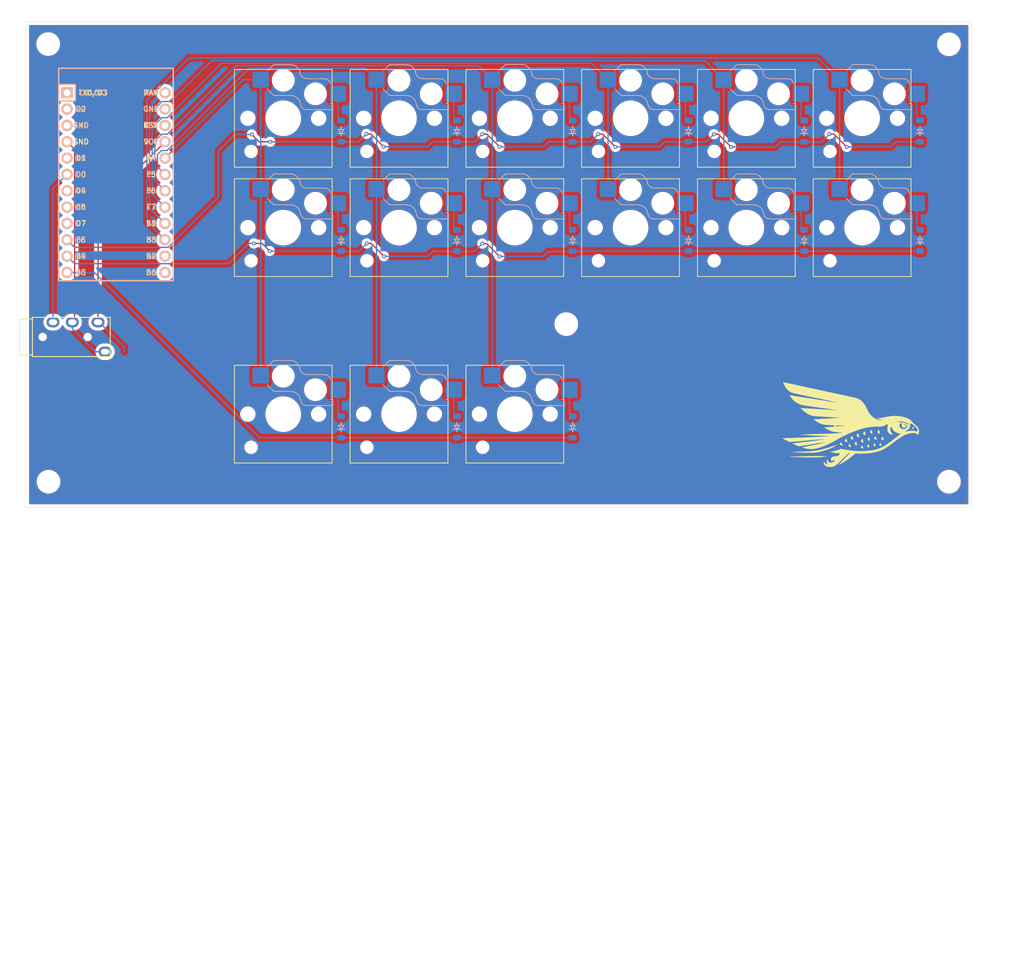
<source format=kicad_pcb>
(kicad_pcb (version 20240108) (generator "pcbnew") (generator_version "8.0")
  (layers (0 "F.Cu" signal) (31 "B.Cu" signal) (34 "B.Paste" user) (35 "F.Paste" user) (36 "B.SilkS" user "B.Silkscreen") (37 "F.SilkS" user "F.Silkscreen") (38 "B.Mask" user) (39 "F.Mask" user) (44 "Edge.Cuts" user))
  (net 0 "")
  (net 1 "Row1Top")
  (net 2 "Net-(D1-A)")
  (net 3 "Net-(D2-A)")
  (net 4 "Net-(D3-A)")
  (net 5 "Net-(D4-A)")
  (net 6 "Net-(D5-A)")
  (net 7 "Net-(D6-A)")
  (net 8 "Net-(D7-A)")
  (net 9 "Row2Middle")
  (net 10 "Net-(D8-A)")
  (net 11 "Net-(D9-A)")
  (net 12 "Net-(D10-A)")
  (net 13 "Net-(D11-A)")
  (net 14 "Net-(D12-A)")
  (net 15 "Net-(D13-A)")
  (net 16 "Row3Bottom")
  (net 17 "Net-(D14-A)")
  (net 18 "Net-(D15-A)")
  (net 19 "Column1")
  (net 20 "Column2")
  (net 21 "Column3")
  (net 22 "Column4")
  (net 23 "Column5")
  (net 24 "Column6")
  (net 30 "TRRS_GROUND")
  (net 32 "TRRSVCC")
  (net 33 "TRRS_DATA")
  (footprint "ScottoKeebs_Hotswap:Hotswap_Choc_V1V2_1.00u" (layer "F.Cu") (at 80 97)
    (property "Reference" "S7" (hide yes))
    (property "Value" "Keyswitch")
  )
  (footprint "ScottoKeebs_Hotswap:Hotswap_Choc_V1V2_1.00u" (layer "F.Cu") (at 98 80)
    (property "Reference" "S2" (hide yes))
    (property "Value" "Keyswitch")
  )
  (footprint "ScottoKeebs_Hotswap:Hotswap_Choc_V1V2_1.00u" (layer "F.Cu") (at 170 97)
    (property "Reference" "S12" (hide yes))
    (property "Value" "Keyswitch")
  )
  (footprint "MountingHole:MountingHole_3.2mm_M3" (layer "F.Cu") (at 124 112)
    (property "Reference" "REF**" (hide yes))
    (property "Value" "MountingHole_3.2mm_M3" (hide yes))
  )
  (footprint "ScottoKeebs_Hotswap:Hotswap_Choc_V1V2_1.00u" (layer "F.Cu") (at 98 126)
    (property "Reference" "S14" (hide yes))
    (property "Value" "Keyswitch")
  )
  (footprint "ScottoKeebs_Hotswap:Hotswap_Choc_V1V2_1.00u" (layer "F.Cu") (at 80 126)
    (property "Reference" "S13" (hide yes))
    (property "Value" "Keyswitch")
  )
  (footprint "ScottoKeebs_Hotswap:Hotswap_Choc_V1V2_1.00u" (layer "F.Cu") (at 80 80)
    (property "Reference" "S1" (hide yes))
    (property "Value" "Keyswitch")
  )
  (footprint "ScottoKeebs_Hotswap:Hotswap_Choc_V1V2_1.00u" (layer "F.Cu") (at 170 80)
    (property "Reference" "S6" (hide yes))
    (property "Value" "Keyswitch")
  )
  (footprint "MountingHole:MountingHole_3.2mm_M3" (layer "F.Cu") (at 183.5 68.5)
    (property "Reference" "REF**" (hide yes))
    (property "Value" "MountingHole_3.2mm_M3" (hide yes))
  )
  (footprint "ScottoKeebs_Hotswap:Hotswap_Choc_V1V2_1.00u" (layer "F.Cu") (at 116 126)
    (property "Reference" "S15" (hide yes))
    (property "Value" "Keyswitch")
  )
  (footprint "ScottoKeebs_Hotswap:Hotswap_Choc_V1V2_1.00u" (layer "F.Cu") (at 152 80)
    (property "Reference" "S5" (hide yes))
    (property "Value" "Keyswitch")
  )
  (footprint "LOGO" (layer "F.Cu") (at 168 128)
    (property "Reference" "G***")
    (property "Value" "LOGO" (hide yes))
  )
  (footprint "MountingHole:MountingHole_3.2mm_M3" (layer "F.Cu") (at 43.45 68.46)
    (property "Reference" "REF**" (hide yes))
    (property "Value" "MountingHole_3.2mm_M3" (hide yes))
  )
  (footprint "ScottoKeebs_Hotswap:Hotswap_Choc_V1V2_1.00u" (layer "F.Cu") (at 152 97)
    (property "Reference" "S11" (hide yes))
    (property "Value" "Keyswitch")
  )
  (footprint "ScottoKeebs_Hotswap:Hotswap_Choc_V1V2_1.00u" (layer "F.Cu") (at 134 80)
    (property "Reference" "S4" (hide yes))
    (property "Value" "Keyswitch")
  )
  (footprint "ScottoKeebs_MCU:Arduino_Pro_Micro" (layer "F.Cu") (at 54 90)
    (property "Reference" "U1" (hide yes))
    (property "Value" "Arduino_Pro_Micro" (hide yes))
  )
  (footprint "MountingHole:MountingHole_3.2mm_M3" (layer "F.Cu") (at 43.5 136.5)
    (property "Reference" "REF**" (hide yes))
    (property "Value" "MountingHole_3.2mm_M3" (hide yes))
  )
  (footprint "ScottoKeebs_Hotswap:Hotswap_Choc_V1V2_1.00u" (layer "F.Cu") (at 134 97)
    (property "Reference" "S10" (hide yes))
    (property "Value" "Keyswitch")
  )
  (footprint "ScottoKeebs_Hotswap:Hotswap_Choc_V1V2_1.00u" (layer "F.Cu") (at 98 97)
    (property "Reference" "S8" (hide yes))
    (property "Value" "Keyswitch")
  )
  (footprint "ScottoKeebs_Components:TRRS_PJ-320A" (layer "F.Cu") (at 41 114 90)
    (property "Reference" "U2" (hide yes))
    (property "Value" "TRRS")
  )
  (footprint "ScottoKeebs_Hotswap:Hotswap_Choc_V1V2_1.00u" (layer "F.Cu") (at 116 97)
    (property "Reference" "S9" (hide yes))
    (property "Value" "Keyswitch")
  )
  (footprint "ScottoKeebs_Hotswap:Hotswap_Choc_V1V2_1.00u" (layer "F.Cu") (at 116 80)
    (property "Reference" "S3" (hide yes))
    (property "Value" "Keyswitch")
  )
  (footprint "MountingHole:MountingHole_3.2mm_M3" (layer "F.Cu") (at 183.5 136.5)
    (property "Reference" "REF**" (hide yes))
    (property "Value" "MountingHole_3.2mm_M3" (hide yes))
  )
  (footprint "ScottoKeebs_Components:Diode_SOD-123" (layer "B.Cu") (at 179 99 90)
    (property "Reference" "D12" (hide yes))
    (property "Value" "Diode")
  )
  (footprint "ScottoKeebs_Components:Diode_SOD-123" (layer "B.Cu") (at 125 82 90)
    (property "Reference" "D3" (hide yes))
    (property "Value" "Diode")
  )
  (footprint "ScottoKeebs_Components:Diode_SOD-123" (layer "B.Cu") (at 107 99 90)
    (property "Reference" "D8" (hide yes))
    (property "Value" "Diode")
  )
  (footprint "ScottoKeebs_Components:Diode_SOD-123" (layer "B.Cu") (at 161 99 90)
    (property "Reference" "D11" (hide yes))
    (property "Value" "Diode")
  )
  (footprint "ScottoKeebs_Components:Diode_SOD-123" (layer "B.Cu") (at 125 99 90)
    (property "Reference" "D9" (hide yes))
    (property "Value" "Diode")
  )
  (footprint "ScottoKeebs_Components:Diode_SOD-123" (layer "B.Cu") (at 161 82 90)
    (property "Reference" "D5" (hide yes))
    (property "Value" "Diode")
  )
  (footprint "ScottoKeebs_Components:Diode_SOD-123" (layer "B.Cu") (at 107 128 90)
    (property "Reference" "D14" (hide yes))
    (property "Value" "Diode")
  )
  (footprint "ScottoKeebs_Components:Diode_SOD-123" (layer "B.Cu") (at 125 128 90)
    (property "Reference" "D15" (hide yes))
    (property "Value" "Diode")
  )
  (footprint "ScottoKeebs_Components:Diode_SOD-123" (layer "B.Cu") (at 143 99 90)
    (property "Reference" "D10" (hide yes))
    (property "Value" "Diode")
  )
  (footprint "ScottoKeebs_Components:Diode_SOD-123" (layer "B.Cu") (at 107 82 90)
    (property "Reference" "D2" (hide yes))
    (property "Value" "Diode")
  )
  (footprint "ScottoKeebs_Components:Diode_SOD-123" (layer "B.Cu") (at 89 99 90)
    (property "Reference" "D7" (hide yes))
    (property "Value" "Diode")
  )
  (footprint "ScottoKeebs_Components:Diode_SOD-123" (layer "B.Cu") (at 179 82 90)
    (property "Reference" "D6" (hide yes))
    (property "Value" "Diode")
  )
  (footprint "ScottoKeebs_Components:Diode_SOD-123" (layer "B.Cu") (at 143 82 90)
    (property "Reference" "D4" (hide yes))
    (property "Value" "Diode")
  )
  (footprint "ScottoKeebs_Components:Diode_SOD-123" (layer "B.Cu") (at 89 128 90)
    (property "Reference" "D13" (hide yes))
    (property "Value" "Diode")
  )
  (footprint "ScottoKeebs_Components:Diode_SOD-123" (layer "B.Cu") (at 89 82 90)
    (property "Reference" "D1" (hide yes))
    (property "Value" "Diode")
  )
  (gr_rect (start 40 65) (end 187 140.5) (stroke (width 0.05)) (fill none) (layer "Edge.Cuts"))
  (segment (start 128.975 82.46) (end 129.655 82.46) (width 0.2) (layer "F.Cu") (net 1))
  (segment (start 165.615 82.46) (end 167.605 84.45) (width 0.2) (layer "F.Cu") (net 1))
  (segment (start 164.935 82.46) (end 165.615 82.46) (width 0.2) (layer "F.Cu") (net 1))
  (segment (start 111.635 82.44) (end 113.625 84.43) (width 0.2) (layer "F.Cu") (net 1))
  (segment (start 75.11 82.52) (end 76.24 83.65) (width 0.2) (layer "F.Cu") (net 1))
  (segment (start 110.955 82.44) (end 111.635 82.44) (width 0.2) (layer "F.Cu") (net 1))
  (segment (start 93.61 82.43) (end 95.6 84.42) (width 0.2) (layer "F.Cu") (net 1))
  (segment (start 146.955 82.47) (end 147.635 82.47) (width 0.2) (layer "F.Cu") (net 1))
  (segment (start 147.635 82.47) (end 149.625 84.46) (width 0.2) (layer "F.Cu") (net 1))
  (segment (start 92.93 82.43) (end 93.61 82.43) (width 0.2) (layer "F.Cu") (net 1))
  (segment (start 129.655 82.46) (end 131.645 84.45) (width 0.2) (layer "F.Cu") (net 1))
  (segment (start 76.24 83.65) (end 77.97 83.65) (width 0.2) (layer "F.Cu") (net 1))
  (via (at 146.955 82.47) (size 0.6) (drill 0.3) (layers "F.Cu" "B.Cu") (net 1))
  (via (at 92.93 82.43) (size 0.6) (drill 0.3) (layers "F.Cu" "B.Cu") (net 1))
  (via (at 95.6 84.42) (size 0.6) (drill 0.3) (layers "F.Cu" "B.Cu") (net 1))
  (via (at 128.975 82.46) (size 0.6) (drill 0.3) (layers "F.Cu" "B.Cu") (net 1))
  (via (at 164.935 82.46) (size 0.6) (drill 0.3) (layers "F.Cu" "B.Cu") (net 1))
  (via (at 131.645 84.45) (size 0.6) (drill 0.3) (layers "F.Cu" "B.Cu") (net 1))
  (via (at 77.97 83.65) (size 0.6) (drill 0.3) (layers "F.Cu" "B.Cu") (net 1))
  (via (at 149.625 84.46) (size 0.6) (drill 0.3) (layers "F.Cu" "B.Cu") (net 1))
  (via (at 110.955 82.44) (size 0.6) (drill 0.3) (layers "F.Cu" "B.Cu") (net 1))
  (via (at 113.625 84.43) (size 0.6) (drill 0.3) (layers "F.Cu" "B.Cu") (net 1))
  (via (at 75.11 82.52) (size 0.6) (drill 0.3) (layers "F.Cu" "B.Cu") (net 1))
  (via (at 167.605 84.45) (size 0.6) (drill 0.3) (layers "F.Cu" "B.Cu") (net 1))
  (segment (start 127.755 83.68) (end 128.975 82.46) (width 0.2) (layer "B.Cu") (net 1))
  (segment (start 145.735 83.69) (end 146.955 82.47) (width 0.2) (layer "B.Cu") (net 1))
  (segment (start 167.605 84.45) (end 174.435 84.45) (width 0.2) (layer "B.Cu") (net 1))
  (segment (start 163.715 83.68) (end 164.935 82.46) (width 0.2) (layer "B.Cu") (net 1))
  (segment (start 149.625 84.46) (end 156.455 84.46) (width 0.2) (layer "B.Cu") (net 1))
  (segment (start 77.97 83.65) (end 89 83.65) (width 0.2) (layer "B.Cu") (net 1))
  (segment (start 103.2 83.65) (end 107 83.65) (width 0.2) (layer "B.Cu") (net 1))
  (segment (start 72.46 82.52) (end 75.11 82.52) (width 0.2) (layer "B.Cu") (net 1))
  (segment (start 91.71 83.65) (end 92.93 82.43) (width 0.2) (layer "B.Cu") (net 1))
  (segment (start 143.025 83.69) (end 145.735 83.69) (width 0.2) (layer "B.Cu") (net 1))
  (segment (start 139.245 83.68) (end 143.045 83.68) (width 0.2) (layer "B.Cu") (net 1))
  (segment (start 138.475 84.45) (end 139.245 83.68) (width 0.2) (layer "B.Cu") (net 1))
  (segment (start 62.10724 100.0663) (end 69.91 92.26354) (width 0.2) (layer "B.Cu") (net 1))
  (segment (start 89 83.65) (end 91.71 83.65) (width 0.2) (layer "B.Cu") (net 1))
  (segment (start 174.435 84.45) (end 175.205 83.68) (width 0.2) (layer "B.Cu") (net 1))
  (segment (start 95.6 84.42) (end 102.43 84.42) (width 0.2) (layer "B.Cu") (net 1))
  (segment (start 107.025 83.66) (end 109.735 83.66) (width 0.2) (layer "B.Cu") (net 1))
  (segment (start 131.645 84.45) (end 138.475 84.45) (width 0.2) (layer "B.Cu") (net 1))
  (segment (start 121.225 83.66) (end 125.025 83.66) (width 0.2) (layer "B.Cu") (net 1))
  (segment (start 47.5563 100.0663) (end 62.10724 100.0663) (width 0.2) (layer "B.Cu") (net 1))
  (segment (start 156.455 84.46) (end 157.225 83.69) (width 0.2) (layer "B.Cu") (net 1))
  (segment (start 175.205 83.68) (end 179.005 83.68) (width 0.2) (layer "B.Cu") (net 1))
  (segment (start 120.455 84.43) (end 121.225 83.66) (width 0.2) (layer "B.Cu") (net 1))
  (segment (start 161.005 83.68) (end 163.715 83.68) (width 0.2) (layer "B.Cu") (net 1))
  (segment (start 125.045 83.68) (end 127.755 83.68) (width 0.2) (layer "B.Cu") (net 1))
  (segment (start 102.43 84.42) (end 103.2 83.65) (width 0.2) (layer "B.Cu") (net 1))
  (segment (start 109.735 83.66) (end 110.955 82.44) (width 0.2) (layer "B.Cu") (net 1))
  (segment (start 69.92 85.06) (end 72.46 82.52) (width 0.2) (layer "B.Cu") (net 1))
  (segment (start 69.91 85.06) (end 69.92 85.06) (width 0.2) (layer "B.Cu") (net 1))
  (segment (start 157.225 83.69) (end 161.025 83.69) (width 0.2) (layer "B.Cu") (net 1))
  (segment (start 69.91 92.26354) (end 69.91 85.06) (width 0.2) (layer "B.Cu") (net 1))
  (segment (start 46.38 98.89) (end 47.5563 100.0663) (width 0.2) (layer "B.Cu") (net 1))
  (segment (start 113.625 84.43) (end 120.455 84.43) (width 0.2) (layer "B.Cu") (net 1))
  (segment (start 88.5 79.85) (end 89 80.35) (width 0.2) (layer "B.Cu") (net 2))
  (segment (start 88.5 76.2) (end 88.5 79.85) (width 0.2) (layer "B.Cu") (net 2))
  (segment (start 106.5 76.2) (end 106.5 79.85) (width 0.2) (layer "B.Cu") (net 3))
  (segment (start 106.5 79.85) (end 107 80.35) (width 0.2) (layer "B.Cu") (net 3))
  (segment (start 124.5 79.85) (end 125 80.35) (width 0.2) (layer "B.Cu") (net 4))
  (segment (start 124.5 76.2) (end 124.5 79.85) (width 0.2) (layer "B.Cu") (net 4))
  (segment (start 142.5 79.85) (end 143 80.35) (width 0.2) (layer "B.Cu") (net 5))
  (segment (start 142.5 76.2) (end 142.5 79.85) (width 0.2) (layer "B.Cu") (net 5))
  (segment (start 160.5 76.2) (end 160.5 79.85) (width 0.2) (layer "B.Cu") (net 6))
  (segment (start 160.5 79.85) (end 161 80.35) (width 0.2) (layer "B.Cu") (net 6))
  (segment (start 178.5 76.2) (end 178.5 79.85) (width 0.2) (layer "B.Cu") (net 7))
  (segment (start 178.5 79.85) (end 179 80.35) (width 0.2) (layer "B.Cu") (net 7))
  (segment (start 88.5 96.85) (end 89 97.35) (width 0.2) (layer "B.Cu") (net 8))
  (segment (start 88.5 93.2) (end 88.5 96.85) (width 0.2) (layer "B.Cu") (net 8))
  (segment (start 111.625 99.48) (end 113.615 101.47) (width 0.2) (layer "F.Cu") (net 9))
  (segment (start 75.44 99.46) (end 76.7 99.46) (width 0.2) (layer "F.Cu") (net 9))
  (segment (start 93.655 99.46) (end 95.645 101.45) (width 0.2) (layer "F.Cu") (net 9))
  (segment (start 92.975 99.46) (end 93.655 99.46) (width 0.2) (layer "F.Cu") (net 9))
  (segment (start 110.945 99.48) (end 111.625 99.48) (width 0.2) (layer "F.Cu") (net 9))
  (segment (start 76.7 99.46) (end 77.89 100.65) (width 0.2) (layer "F.Cu") (net 9))
  (via (at 75.44 99.46) (size 0.6) (drill 0.3) (layers "F.Cu" "B.Cu") (net 9))
  (via (at 77.89 100.65) (size 0.6) (drill 0.3) (layers "F.Cu" "B.Cu") (net 9))
  (via (at 113.615 101.47) (size 0.6) (drill 0.3) (layers "F.Cu" "B.Cu") (net 9))
  (via (at 95.645 101.45) (size 0.6) (drill 0.3) (layers "F.Cu" "B.Cu") (net 9))
  (via (at 92.975 99.46) (size 0.6) (drill 0.3) (layers "F.Cu" "B.Cu") (net 9))
  (via (at 110.945 99.48) (size 0.6) (drill 0.3) (layers "F.Cu" "B.Cu") (net 9))
  (segment (start 121.215 100.7) (end 125.015 100.7) (width 0.2) (layer "B.Cu") (net 9))
  (segment (start 74.63 99.46) (end 75.44 99.46) (width 0.2) (layer "B.Cu") (net 9))
  (segment (start 125 100.65) (end 143 100.65) (width 0.2) (layer "B.Cu") (net 9))
  (segment (start 161 100.65) (end 179 100.65) (width 0.2) (layer "B.Cu") (net 9))
  (segment (start 74.56 99.53) (end 74.63 99.46) (width 0.2) (layer "B.Cu") (net 9))
  (segment (start 103.245 100.68) (end 107.045 100.68) (width 0.2) (layer "B.Cu") (net 9))
  (segment (start 47.5563 102.6063) (end 71.4837 102.6063) (width 0.2) (layer "B.Cu") (net 9))
  (segment (start 107.015 100.7) (end 109.725 100.7) (width 0.2) (layer "B.Cu") (net 9))
  (segment (start 77.89 100.65) (end 89 100.65) (width 0.2) (layer "B.Cu") (net 9))
  (segment (start 113.615 101.47) (end 120.445 101.47) (width 0.2) (layer "B.Cu") (net 9))
  (segment (start 46.38 101.43) (end 47.5563 102.6063) (width 0.2) (layer "B.Cu") (net 9))
  (segment (start 102.475 101.45) (end 103.245 100.68) (width 0.2) (layer "B.Cu") (net 9))
  (segment (start 89.045 100.68) (end 91.755 100.68) (width 0.2) (layer "B.Cu") (net 9))
  (segment (start 143 100.65) (end 161 100.65) (width 0.2) (layer "B.Cu") (net 9))
  (segment (start 71.4837 102.6063) (end 74.56 99.53) (width 0.2) (layer "B.Cu") (net 9))
  (segment (start 95.645 101.45) (end 102.475 101.45) (width 0.2) (layer "B.Cu") (net 9))
  (segment (start 120.445 101.47) (end 121.215 100.7) (width 0.2) (layer "B.Cu") (net 9))
  (segment (start 91.755 100.68) (end 92.975 99.46) (width 0.2) (layer "B.Cu") (net 9))
  (segment (start 109.725 100.7) (end 110.945 99.48) (width 0.2) (layer "B.Cu") (net 9))
  (segment (start 106.5 93.2) (end 106.5 96.85) (width 0.2) (layer "B.Cu") (net 10))
  (segment (start 106.5 96.85) (end 107 97.35) (width 0.2) (layer "B.Cu") (net 10))
  (segment (start 124.5 93.2) (end 124.5 96.85) (width 0.2) (layer "B.Cu") (net 11))
  (segment (start 124.5 96.85) (end 125 97.35) (width 0.2) (layer "B.Cu") (net 11))
  (segment (start 142.5 93.2) (end 142.5 96.85) (width 0.2) (layer "B.Cu") (net 12))
  (segment (start 142.5 96.85) (end 143 97.35) (width 0.2) (layer "B.Cu") (net 12))
  (segment (start 160.5 93.2) (end 160.5 96.85) (width 0.2) (layer "B.Cu") (net 13))
  (segment (start 160.5 96.85) (end 161 97.35) (width 0.2) (layer "B.Cu") (net 13))
  (segment (start 178.5 93.2) (end 178.5 96.85) (width 0.2) (layer "B.Cu") (net 14))
  (segment (start 178.5 96.85) (end 179 97.35) (width 0.2) (layer "B.Cu") (net 14))
  (segment (start 88.5 125.85) (end 89 126.35) (width 0.2) (layer "B.Cu") (net 15))
  (segment (start 88.5 122.2) (end 88.5 125.85) (width 0.2) (layer "B.Cu") (net 15))
  (segment (start 89 129.65) (end 107 129.65) (width 0.2) (layer "B.Cu") (net 16))
  (segment (start 107 129.65) (end 125 129.65) (width 0.2) (layer "B.Cu") (net 16))
  (segment (start 50.631522 103.97) (end 76.311522 129.65) (width 0.2) (layer "B.Cu") (net 16))
  (segment (start 46.38 103.97) (end 50.631522 103.97) (width 0.2) (layer "B.Cu") (net 16))
  (segment (start 76.311522 129.65) (end 89 129.65) (width 0.2) (layer "B.Cu") (net 16))
  (segment (start 106.5 122.2) (end 106.5 125.85) (width 0.2) (layer "B.Cu") (net 17))
  (segment (start 106.5 125.85) (end 107 126.35) (width 0.2) (layer "B.Cu") (net 17))
  (segment (start 124.5 125.85) (end 125 126.35) (width 0.2) (layer "B.Cu") (net 18))
  (segment (start 124.5 122.2) (end 124.5 125.85) (width 0.2) (layer "B.Cu") (net 18))
  (segment (start 76.5 74) (end 76.5 91) (width 0.2) (layer "B.Cu") (net 19))
  (segment (start 76.5 91) (end 76.5 120) (width 0.2) (layer "B.Cu") (net 19))
  (segment (start 76.5 74) (end 73.81 74) (width 0.2) (layer "B.Cu") (net 19))
  (segment (start 73.81 74) (end 61.62 86.19) (width 0.2) (layer "B.Cu") (net 19))
  (segment (start 94.5 74) (end 94.5 91) (width 0.2) (layer "B.Cu") (net 20))
  (segment (start 60.4437 85.6363) (end 60.4437 87.5537) (width 0.2) (layer "B.Cu") (net 20))
  (segment (start 61.91984 85.0137) (end 61.0663 85.0137) (width 0.2) (layer "B.Cu") (net 20))
  (segment (start 74.70854 72.225) (end 61.91984 85.0137) (width 0.2) (layer "B.Cu") (net 20))
  (segment (start 94.5 91) (end 94.5 120) (width 0.2) (layer "B.Cu") (net 20))
  (segment (start 94.5 74) (end 92.725 72.225) (width 0.2) (layer "B.Cu") (net 20))
  (segment (start 92.725 72.225) (end 74.70854 72.225) (width 0.2) (layer "B.Cu") (net 20))
  (segment (start 60.4437 87.5537) (end 61.62 88.73) (width 0.2) (layer "B.Cu") (net 20))
  (segment (start 61.0663 85.0137) (end 60.4437 85.6363) (width 0.2) (layer "B.Cu") (net 20))
  (segment (start 60.03 83.57646) (end 60.03 89.68) (width 0.2) (layer "B.Cu") (net 21))
  (segment (start 110.325 71.825) (end 72.615 71.825) (width 0.2) (layer "B.Cu") (net 21))
  (segment (start 112.5 74) (end 110.325 71.825) (width 0.2) (layer "B.Cu") (net 21))
  (segment (start 112.5 91) (end 112.5 74) (width 0.2) (layer "B.Cu") (net 21))
  (segment (start 61.13276 82.4737) (end 60.03 83.57646) (width 0.2) (layer "B.Cu") (net 21))
  (segment (start 61.9663 82.4737) (end 61.13276 82.4737) (width 0.2) (layer "B.Cu") (net 21))
  (segment (start 112.5 91) (end 112.5 120) (width 0.2) (layer "B.Cu") (net 21))
  (segment (start 72.615 71.825) (end 61.9663 82.4737) (width 0.2) (layer "B.Cu") (net 21))
  (segment (start 60.03 89.68) (end 61.62 91.27) (width 0.2) (layer "B.Cu") (net 21))
  (segment (start 59.62 81.44646) (end 59.62 91.81) (width 0.2) (layer "B.Cu") (net 22))
  (segment (start 61.15646 79.91) (end 59.62 81.44646) (width 0.2) (layer "B.Cu") (net 22))
  (segment (start 130.5 74) (end 130.5 91) (width 0.2) (layer "B.Cu") (net 22))
  (segment (start 70.42854 71.425) (end 61.94354 79.91) (width 0.2) (layer "B.Cu") (net 22))
  (segment (start 61.94354 79.91) (end 61.15646 79.91) (width 0.2) (layer "B.Cu") (net 22))
  (segment (start 59.62 91.81) (end 61.62 93.81) (width 0.2) (layer "B.Cu") (net 22))
  (segment (start 127.925 71.425) (end 70.42854 71.425) (width 0.2) (layer "B.Cu") (net 22))
  (segment (start 130.5 74) (end 127.925 71.425) (width 0.2) (layer "B.Cu") (net 22))
  (segment (start 59.21 93.94) (end 61.62 96.35) (width 0.2) (layer "B.Cu") (net 23))
  (segment (start 62.49 77.39) (end 61.13646 77.39) (width 0.2) (layer "B.Cu") (net 23))
  (segment (start 61.13646 77.39) (end 59.21 79.31646) (width 0.2) (layer "B.Cu") (net 23))
  (segment (start 148.5 74) (end 148.5 91) (width 0.2) (layer "B.Cu") (net 23))
  (segment (start 68.855 71.025) (end 62.49 77.39) (width 0.2) (layer "B.Cu") (net 23))
  (segment (start 148.5 74) (end 145.525 71.025) (width 0.2) (layer "B.Cu") (net 23))
  (segment (start 145.525 71.025) (end 68.855 71.025) (width 0.2) (layer "B.Cu") (net 23))
  (segment (start 59.21 79.31646) (end 59.21 93.94) (width 0.2) (layer "B.Cu") (net 23))
  (segment (start 65.36146 70.625) (end 58.81 77.17646) (width 0.2) (layer "B.Cu") (net 24))
  (segment (start 166.5 74) (end 163.125 70.625) (width 0.2) (layer "B.Cu") (net 24))
  (segment (start 58.81 77.17646) (end 58.81 96.08) (width 0.2) (layer "B.Cu") (net 24))
  (segment (start 58.81 96.08) (end 61.62 98.89) (width 0.2) (layer "B.Cu") (net 24))
  (segment (start 166.5 74) (end 166.5 91) (width 0.2) (layer "B.Cu") (net 24))
  (segment (start 163.125 70.625) (end 65.36146 70.625) (width 0.2) (layer "B.Cu") (net 24))
  (segment (start 47.5563 84.8263) (end 46.38 83.65) (width 0.2) (layer "F.Cu") (net 30))
  (segment (start 47.2 111.7) (end 47.5563 111.3437) (width 0.2) (layer "F.Cu") (net 30))
  (segment (start 47.5563 111.3437) (end 47.5563 84.8263) (width 0.2) (layer "F.Cu") (net 30))
  (segment (start 47.2 112.7) (end 50.8 116.3) (width 0.2) (layer "B.Cu") (net 30))
  (segment (start 50.8 116.3) (end 52.3 116.3) (width 0.2) (layer "B.Cu") (net 30))
  (segment (start 47.2 111.7) (end 47.2 112.7) (width 0.2) (layer "B.Cu") (net 30))
  (segment (start 51.2 94.07) (end 61.62 83.65) (width 0.2) (layer "F.Cu") (net 32))
  (segment (start 51.2 111.7) (end 51.2 94.07) (width 0.2) (layer "F.Cu") (net 32))
  (segment (start 50.2 111.7) (end 51.4 111.7) (width 0.2) (layer "B.Cu") (net 32))
  (segment (start 55.3 115.6) (end 55.3 116.3) (width 0.2) (layer "B.Cu") (net 32))
  (segment (start 51.4 111.7) (end 55.3 115.6) (width 0.2) (layer "B.Cu") (net 32))
  (segment (start 44.2 90.91) (end 46.38 88.73) (width 0.2) (layer "B.Cu") (net 33))
  (segment (start 44.2 111.7) (end 44.2 90.91) (width 0.2) (layer "B.Cu") (net 33))
  (zone (net 0) (net_name "") (layers "F.Cu" "B.Cu") (connect_pads (clearance 0.5)) (min_thickness 0.25) (fill yes (thermal_gap 0.5) (thermal_bridge_width 0.5) (island_removal_mode 1) (island_area_min 10))
    (polygon (pts (xy 37.01 62.67) (xy 35.96 145.31) (xy 195.19 145.45) (xy 193.62 61.61) (xy 37.14 62.8) (xy 37.27 62.8)))
  )
)
</source>
